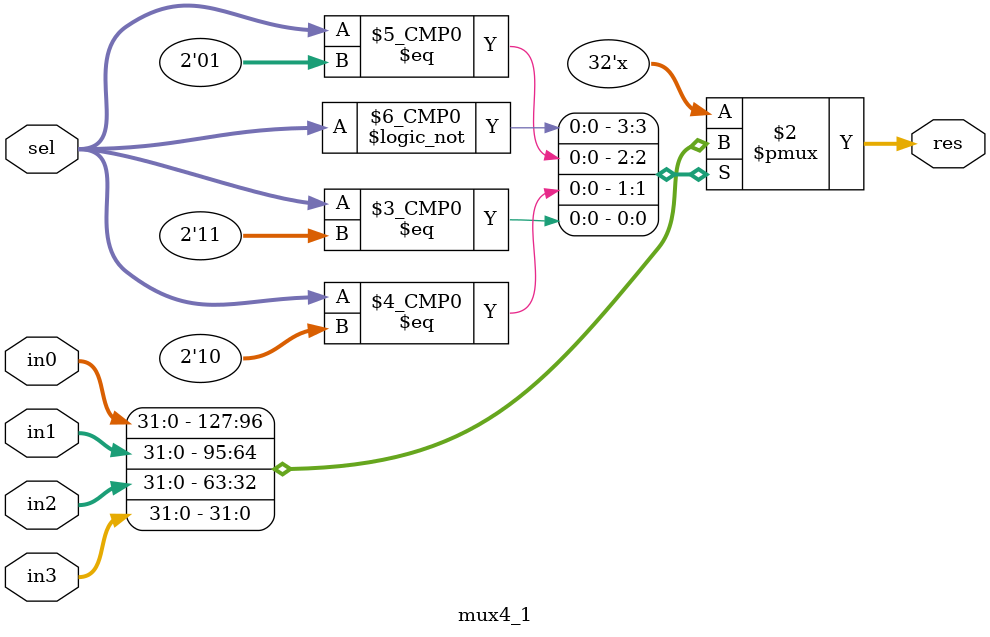
<source format=v>
`timescale 1ns/1ps
module mux4_1 #(
    parameter WIDTH = 32
)(
    input       [WIDTH - 1:0] in0, in1, in2, in3,
    input       [1:0] sel,
    output reg  [WIDTH - 1:0] res
);
    always @(*) begin
        case(sel)
            2'b00: res = in0;
            2'b01: res = in1;
            2'b10: res = in2;
            2'b11: res = in3;
            default: res = 32'd0;
        endcase
    end 
endmodule
</source>
